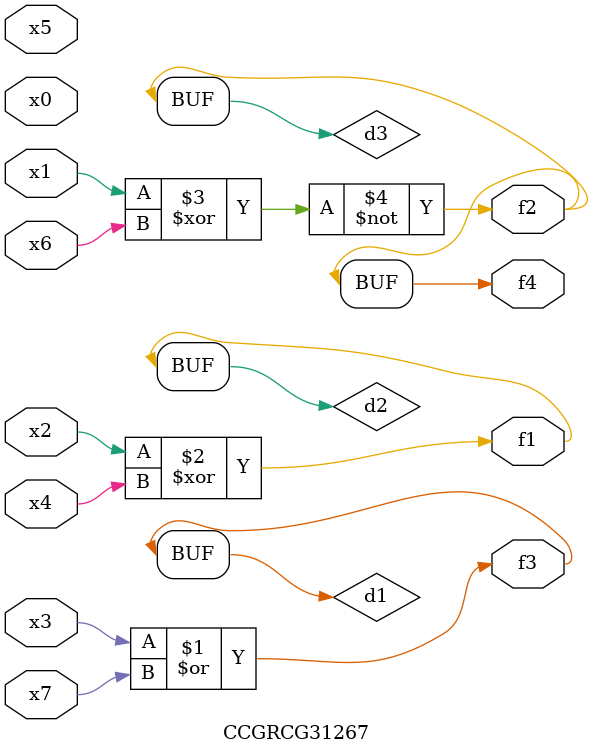
<source format=v>
module CCGRCG31267(
	input x0, x1, x2, x3, x4, x5, x6, x7,
	output f1, f2, f3, f4
);

	wire d1, d2, d3;

	or (d1, x3, x7);
	xor (d2, x2, x4);
	xnor (d3, x1, x6);
	assign f1 = d2;
	assign f2 = d3;
	assign f3 = d1;
	assign f4 = d3;
endmodule

</source>
